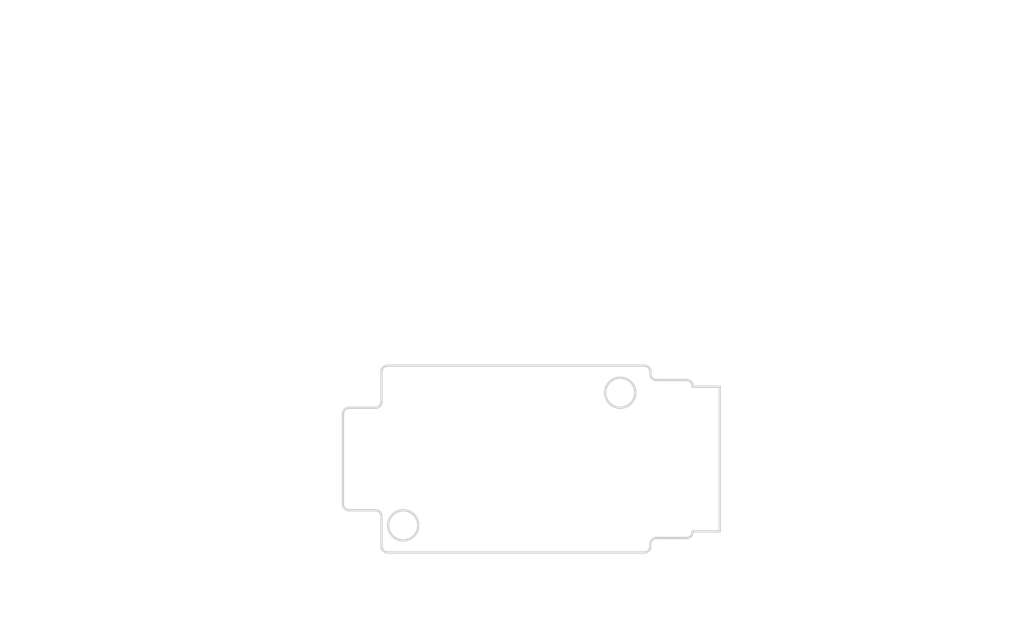
<source format=kicad_pcb>
(kicad_pcb (version 20171130) (host pcbnew "(5.1.0)-1")

  (general
    (thickness 1.6)
    (drawings 104)
    (tracks 0)
    (zones 0)
    (modules 0)
    (nets 1)
  )

  (page A4)
  (layers
    (0 F.Cu signal)
    (31 B.Cu signal)
    (32 B.Adhes user)
    (33 F.Adhes user)
    (34 B.Paste user)
    (35 F.Paste user)
    (36 B.SilkS user)
    (37 F.SilkS user)
    (38 B.Mask user)
    (39 F.Mask user)
    (40 Dwgs.User user)
    (41 Cmts.User user)
    (42 Eco1.User user)
    (43 Eco2.User user)
    (44 Edge.Cuts user)
    (45 Margin user)
    (46 B.CrtYd user)
    (47 F.CrtYd user)
    (48 B.Fab user)
    (49 F.Fab user)
  )

  (setup
    (last_trace_width 0.25)
    (trace_clearance 0.2)
    (zone_clearance 0.508)
    (zone_45_only no)
    (trace_min 0.2)
    (via_size 0.8)
    (via_drill 0.4)
    (via_min_size 0.4)
    (via_min_drill 0.3)
    (uvia_size 0.3)
    (uvia_drill 0.1)
    (uvias_allowed no)
    (uvia_min_size 0.2)
    (uvia_min_drill 0.1)
    (edge_width 0.05)
    (segment_width 0.2)
    (pcb_text_width 0.3)
    (pcb_text_size 1.5 1.5)
    (mod_edge_width 0.12)
    (mod_text_size 1 1)
    (mod_text_width 0.15)
    (pad_size 1.524 1.524)
    (pad_drill 0.762)
    (pad_to_mask_clearance 0.051)
    (solder_mask_min_width 0.25)
    (aux_axis_origin 0 0)
    (visible_elements FFFFFF7F)
    (pcbplotparams
      (layerselection 0x010fc_ffffffff)
      (usegerberextensions false)
      (usegerberattributes false)
      (usegerberadvancedattributes false)
      (creategerberjobfile false)
      (excludeedgelayer true)
      (linewidth 0.152400)
      (plotframeref false)
      (viasonmask false)
      (mode 1)
      (useauxorigin false)
      (hpglpennumber 1)
      (hpglpenspeed 20)
      (hpglpendiameter 15.000000)
      (psnegative false)
      (psa4output false)
      (plotreference true)
      (plotvalue true)
      (plotinvisibletext false)
      (padsonsilk false)
      (subtractmaskfromsilk false)
      (outputformat 1)
      (mirror false)
      (drillshape 1)
      (scaleselection 1)
      (outputdirectory ""))
  )

  (net 0 "")

  (net_class Default "This is the default net class."
    (clearance 0.2)
    (trace_width 0.25)
    (via_dia 0.8)
    (via_drill 0.4)
    (uvia_dia 0.3)
    (uvia_drill 0.1)
  )

  (gr_circle (center 138.325012 91.136606) (end 139.575012 91.136606) (layer Edge.Cuts) (width 0.2))
  (gr_circle (center 156.325012 80.136606) (end 157.575012 80.136606) (layer Edge.Cuts) (width 0.2))
  (gr_line (start 158.825012 78.586606) (end 158.825012 78.386606) (layer Edge.Cuts) (width 0.2))
  (gr_line (start 161.825012 79.086606) (end 159.325012 79.086606) (layer Edge.Cuts) (width 0.2))
  (gr_line (start 159.325012 92.186606) (end 161.825012 92.186606) (layer Edge.Cuts) (width 0.2))
  (gr_line (start 158.825012 92.886606) (end 158.825012 92.686606) (layer Edge.Cuts) (width 0.2))
  (gr_line (start 136.525012 90.386606) (end 136.525012 92.886606) (layer Edge.Cuts) (width 0.2))
  (gr_line (start 133.825012 89.886606) (end 136.025012 89.886606) (layer Edge.Cuts) (width 0.2))
  (gr_line (start 136.025012 81.386606) (end 133.825012 81.386606) (layer Edge.Cuts) (width 0.2))
  (gr_line (start 136.525012 78.386606) (end 136.525012 80.886606) (layer Edge.Cuts) (width 0.2))
  (gr_arc (start 158.325012 78.386606) (end 158.825012 78.386606) (angle -90) (layer Edge.Cuts) (width 0.2))
  (gr_arc (start 159.325012 78.586606) (end 158.825012 78.586606) (angle -90) (layer Edge.Cuts) (width 0.2))
  (gr_arc (start 161.825012 79.586606) (end 162.325012 79.586606) (angle -90) (layer Edge.Cuts) (width 0.2))
  (gr_arc (start 161.825012 91.686606) (end 161.825012 92.186606) (angle -90) (layer Edge.Cuts) (width 0.2))
  (gr_arc (start 159.325012 92.686606) (end 159.325012 92.186606) (angle -90) (layer Edge.Cuts) (width 0.2))
  (gr_arc (start 158.325012 92.886606) (end 158.325012 93.386606) (angle -90) (layer Edge.Cuts) (width 0.2))
  (gr_arc (start 137.025012 92.886606) (end 136.525012 92.886606) (angle -90) (layer Edge.Cuts) (width 0.2))
  (gr_arc (start 136.025012 90.386606) (end 136.525012 90.386606) (angle -90) (layer Edge.Cuts) (width 0.2))
  (gr_arc (start 133.825012 89.386606) (end 133.325012 89.386606) (angle -90) (layer Edge.Cuts) (width 0.2))
  (gr_arc (start 133.825012 81.886606) (end 133.825012 81.386606) (angle -90) (layer Edge.Cuts) (width 0.2))
  (gr_arc (start 136.025012 80.886606) (end 136.025012 81.386606) (angle -90) (layer Edge.Cuts) (width 0.2))
  (gr_arc (start 137.025012 78.386606) (end 137.025012 77.886606) (angle -90) (layer Edge.Cuts) (width 0.2))
  (gr_line (start 137.025012 93.386606) (end 158.325012 93.386606) (layer Edge.Cuts) (width 0.2))
  (gr_line (start 133.325012 81.886606) (end 133.325012 89.386606) (layer Edge.Cuts) (width 0.2))
  (gr_line (start 158.325012 77.886606) (end 137.025012 77.886606) (layer Edge.Cuts) (width 0.2))
  (gr_line (start 162.325012 79.636606) (end 162.325012 79.586606) (layer Edge.Cuts) (width 0.2))
  (gr_line (start 162.325012 91.686606) (end 162.325012 91.636606) (layer Edge.Cuts) (width 0.2))
  (gr_line (start 162.325012 79.636606) (end 164.575012 79.636606) (layer Edge.Cuts) (width 0.2))
  (gr_line (start 164.575012 91.636606) (end 162.325012 91.636606) (layer Edge.Cuts) (width 0.2))
  (gr_line (start 164.575012 79.636606) (end 164.575012 91.636606) (layer Edge.Cuts) (width 0.2))
  (gr_text [.47] (at 168.090651 87.522588) (layer Dwgs.User)
    (effects (font (size 1.7 1.53) (thickness 0.2125)))
  )
  (gr_text " 12.00" (at 168.090651 83.968632) (layer Dwgs.User)
    (effects (font (size 1.7 1.53) (thickness 0.2125)))
  )
  (gr_line (start 168.090651 89.636606) (end 168.090651 89.190563) (layer Dwgs.User) (width 0.2))
  (gr_line (start 168.090651 81.636606) (end 168.090651 82.08265) (layer Dwgs.User) (width 0.2))
  (gr_line (start 165.575012 91.636606) (end 171.265651 91.636606) (layer Dwgs.User) (width 0.2))
  (gr_line (start 165.575012 79.636606) (end 171.265651 79.636606) (layer Dwgs.User) (width 0.2))
  (gr_text [1.23] (at 141.747942 52.725178) (layer Dwgs.User)
    (effects (font (size 1.7 1.53) (thickness 0.2125)))
  )
  (gr_text " 31.25" (at 141.747942 49.167163) (layer Dwgs.User)
    (effects (font (size 1.7 1.53) (thickness 0.2125)))
  )
  (gr_line (start 135.325012 50.835717) (end 137.694054 50.835717) (layer Dwgs.User) (width 0.2))
  (gr_line (start 162.575012 50.835717) (end 145.80183 50.835717) (layer Dwgs.User) (width 0.2))
  (gr_line (start 133.325012 80.886606) (end 133.325012 47.660717) (layer Dwgs.User) (width 0.2))
  (gr_line (start 164.575012 78.636606) (end 164.575012 47.660717) (layer Dwgs.User) (width 0.2))
  (gr_text [.13] (at 144.488845 74.398236) (layer Dwgs.User)
    (effects (font (size 1.7 1.53) (thickness 0.2125)))
  )
  (gr_text " 3.20" (at 144.488845 70.840221) (layer Dwgs.User)
    (effects (font (size 1.7 1.53) (thickness 0.2125)))
  )
  (gr_line (start 138.525012 72.508775) (end 141.104636 72.508775) (layer Dwgs.User) (width 0.2))
  (gr_line (start 131.325012 72.508775) (end 129.325012 72.508775) (layer Dwgs.User) (width 0.2))
  (gr_line (start 136.525012 77.386606) (end 136.525012 69.333775) (layer Dwgs.User) (width 0.2))
  (gr_line (start 133.325012 80.886606) (end 133.325012 69.333775) (layer Dwgs.User) (width 0.2))
  (gr_line (start 138.325012 91.226606) (end 138.325012 91.046606) (layer Dwgs.User) (width 0.2))
  (gr_line (start 138.235012 91.136606) (end 138.415012 91.136606) (layer Dwgs.User) (width 0.2))
  (gr_text " ∅2.50\n[∅0.10]" (at 149.930235 97.666097) (layer Dwgs.User)
    (effects (font (size 1.7 1.53) (thickness 0.2125)))
  )
  (gr_line (start 143.393366 97.666097) (end 140.317834 93.703932) (layer Dwgs.User) (width 0.2))
  (gr_line (start 145.393366 97.666097) (end 143.393366 97.666097) (layer Dwgs.User) (width 0.2))
  (gr_text [.09] (at 122.85083 73.493399) (layer Dwgs.User)
    (effects (font (size 1.7 1.53) (thickness 0.2125)))
  )
  (gr_text " 2.25" (at 122.85083 69.935963) (layer Dwgs.User)
    (effects (font (size 1.7 1.53) (thickness 0.2125)))
  )
  (gr_line (start 117.457344 71.603938) (end 119.457344 71.603938) (layer Dwgs.User) (width 0.2))
  (gr_line (start 117.457344 75.886606) (end 117.457344 71.603938) (layer Dwgs.User) (width 0.2))
  (gr_line (start 117.457344 82.136606) (end 117.457344 84.136606) (layer Dwgs.User) (width 0.2))
  (gr_line (start 155.325012 80.136606) (end 114.282344 80.136606) (layer Dwgs.User) (width 0.2))
  (gr_line (start 136.025012 77.886606) (end 114.282344 77.886606) (layer Dwgs.User) (width 0.2))
  (gr_text [.43] (at 108.906179 98.9984) (layer Dwgs.User)
    (effects (font (size 1.7 1.53) (thickness 0.2125)))
  )
  (gr_text " 11.00" (at 108.906179 95.440964) (layer Dwgs.User)
    (effects (font (size 1.7 1.53) (thickness 0.2125)))
  )
  (gr_line (start 114.950791 97.108939) (end 112.950791 97.108939) (layer Dwgs.User) (width 0.2))
  (gr_line (start 114.950791 91.136606) (end 114.950791 97.108939) (layer Dwgs.User) (width 0.2))
  (gr_line (start 114.950791 82.136606) (end 114.950791 89.136606) (layer Dwgs.User) (width 0.2))
  (gr_line (start 137.325012 91.136606) (end 111.775791 91.136606) (layer Dwgs.User) (width 0.2))
  (gr_line (start 155.325012 80.136606) (end 111.775791 80.136606) (layer Dwgs.User) (width 0.2))
  (gr_text [.91] (at 149.754547 68.940104) (layer Dwgs.User)
    (effects (font (size 1.7 1.53) (thickness 0.2125)))
  )
  (gr_text " 23.00" (at 149.754547 65.382089) (layer Dwgs.User)
    (effects (font (size 1.7 1.53) (thickness 0.2125)))
  )
  (gr_line (start 135.325012 67.050643) (end 145.709935 67.050643) (layer Dwgs.User) (width 0.2))
  (gr_line (start 154.325012 67.050643) (end 153.799158 67.050643) (layer Dwgs.User) (width 0.2))
  (gr_line (start 133.325012 80.886606) (end 133.325012 63.875643) (layer Dwgs.User) (width 0.2))
  (gr_line (start 156.325012 79.136606) (end 156.325012 63.875643) (layer Dwgs.User) (width 0.2))
  (gr_text [.33] (at 114.693581 77.303735) (layer Dwgs.User)
    (effects (font (size 1.7 1.53) (thickness 0.2125)))
  )
  (gr_text " 8.50" (at 114.693581 73.7463) (layer Dwgs.User)
    (effects (font (size 1.7 1.53) (thickness 0.2125)))
  )
  (gr_line (start 109.309372 75.414274) (end 111.309372 75.414274) (layer Dwgs.User) (width 0.2))
  (gr_line (start 109.309372 81.386606) (end 109.309372 75.414274) (layer Dwgs.User) (width 0.2))
  (gr_line (start 109.309372 87.886606) (end 109.309372 83.386606) (layer Dwgs.User) (width 0.2))
  (gr_line (start 132.825012 89.886606) (end 106.134372 89.886606) (layer Dwgs.User) (width 0.2))
  (gr_line (start 132.825012 81.386606) (end 106.134372 81.386606) (layer Dwgs.User) (width 0.2))
  (gr_text [.52] (at 178.098438 86.957622) (layer Dwgs.User)
    (effects (font (size 1.7 1.53) (thickness 0.2125)))
  )
  (gr_text " 13.10" (at 178.098438 83.399607) (layer Dwgs.User)
    (effects (font (size 1.7 1.53) (thickness 0.2125)))
  )
  (gr_line (start 178.098438 90.186606) (end 178.098438 88.626176) (layer Dwgs.User) (width 0.2))
  (gr_line (start 178.098438 81.086606) (end 178.098438 81.510146) (layer Dwgs.User) (width 0.2))
  (gr_line (start 162.825012 92.186606) (end 181.273438 92.186606) (layer Dwgs.User) (width 0.2))
  (gr_line (start 162.825012 79.086606) (end 181.273438 79.086606) (layer Dwgs.User) (width 0.2))
  (gr_text [.61] (at 185.792286 87.526067) (layer Dwgs.User)
    (effects (font (size 1.7 1.53) (thickness 0.2125)))
  )
  (gr_text " 15.50" (at 185.792286 83.968632) (layer Dwgs.User)
    (effects (font (size 1.7 1.53) (thickness 0.2125)))
  )
  (gr_line (start 185.792286 91.386606) (end 185.792286 89.194041) (layer Dwgs.User) (width 0.2))
  (gr_line (start 185.792286 79.886606) (end 185.792286 82.079171) (layer Dwgs.User) (width 0.2))
  (gr_line (start 159.325012 93.386606) (end 188.967286 93.386606) (layer Dwgs.User) (width 0.2))
  (gr_line (start 159.325012 77.886606) (end 188.967286 77.886606) (layer Dwgs.User) (width 0.2))
  (gr_text [.88] (at 143.283216 64.153146) (layer Dwgs.User)
    (effects (font (size 1.7 1.53) (thickness 0.2125)))
  )
  (gr_text " 22.30" (at 143.283216 60.595131) (layer Dwgs.User)
    (effects (font (size 1.7 1.53) (thickness 0.2125)))
  )
  (gr_line (start 138.525012 62.263685) (end 139.238605 62.263685) (layer Dwgs.User) (width 0.2))
  (gr_line (start 156.825012 62.263685) (end 147.327828 62.263685) (layer Dwgs.User) (width 0.2))
  (gr_line (start 136.525012 77.386606) (end 136.525012 59.088685) (layer Dwgs.User) (width 0.2))
  (gr_line (start 158.825012 77.386606) (end 158.825012 59.088685) (layer Dwgs.User) (width 0.2))
  (gr_text [1.14] (at 152.385199 59.120702) (layer Dwgs.User)
    (effects (font (size 1.7 1.53) (thickness 0.2125)))
  )
  (gr_text " 29.00" (at 152.385199 55.563267) (layer Dwgs.User)
    (effects (font (size 1.7 1.53) (thickness 0.2125)))
  )
  (gr_line (start 135.325012 57.231241) (end 148.340587 57.231241) (layer Dwgs.User) (width 0.2))
  (gr_line (start 160.325012 57.231241) (end 156.42981 57.231241) (layer Dwgs.User) (width 0.2))
  (gr_line (start 133.325012 80.886606) (end 133.325012 54.056241) (layer Dwgs.User) (width 0.2))
  (gr_line (start 162.325012 78.586606) (end 162.325012 54.056241) (layer Dwgs.User) (width 0.2))

)

</source>
